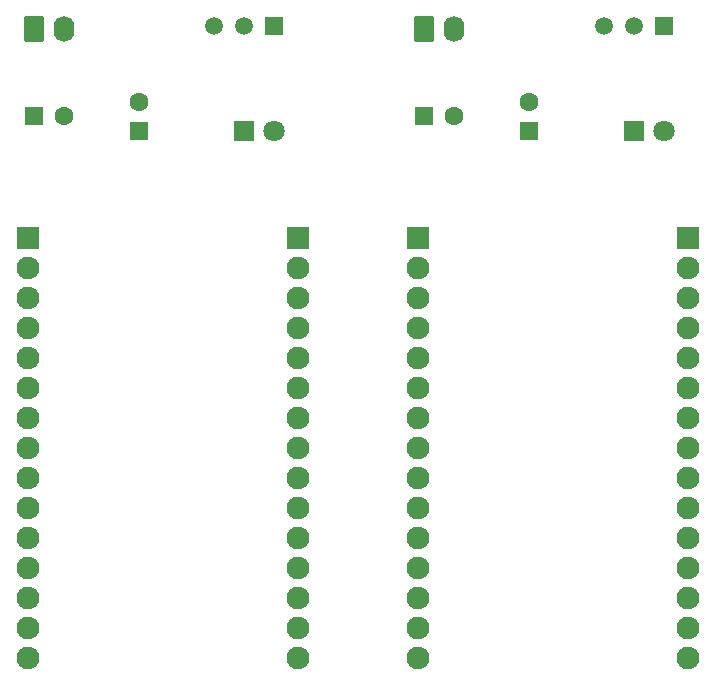
<source format=gbr>
%TF.GenerationSoftware,KiCad,Pcbnew,7.0.6*%
%TF.CreationDate,2023-08-08T13:43:34+01:00*%
%TF.ProjectId,8266Node,38323636-4e6f-4646-952e-6b696361645f,rev?*%
%TF.SameCoordinates,Original*%
%TF.FileFunction,Copper,L1,Top*%
%TF.FilePolarity,Positive*%
%FSLAX46Y46*%
G04 Gerber Fmt 4.6, Leading zero omitted, Abs format (unit mm)*
G04 Created by KiCad (PCBNEW 7.0.6) date 2023-08-08 13:43:34*
%MOMM*%
%LPD*%
G01*
G04 APERTURE LIST*
G04 Aperture macros list*
%AMRoundRect*
0 Rectangle with rounded corners*
0 $1 Rounding radius*
0 $2 $3 $4 $5 $6 $7 $8 $9 X,Y pos of 4 corners*
0 Add a 4 corners polygon primitive as box body*
4,1,4,$2,$3,$4,$5,$6,$7,$8,$9,$2,$3,0*
0 Add four circle primitives for the rounded corners*
1,1,$1+$1,$2,$3*
1,1,$1+$1,$4,$5*
1,1,$1+$1,$6,$7*
1,1,$1+$1,$8,$9*
0 Add four rect primitives between the rounded corners*
20,1,$1+$1,$2,$3,$4,$5,0*
20,1,$1+$1,$4,$5,$6,$7,0*
20,1,$1+$1,$6,$7,$8,$9,0*
20,1,$1+$1,$8,$9,$2,$3,0*%
G04 Aperture macros list end*
%TA.AperFunction,ComponentPad*%
%ADD10R,1.500000X1.500000*%
%TD*%
%TA.AperFunction,ComponentPad*%
%ADD11C,1.500000*%
%TD*%
%TA.AperFunction,ComponentPad*%
%ADD12R,1.930000X1.930000*%
%TD*%
%TA.AperFunction,ComponentPad*%
%ADD13C,1.930000*%
%TD*%
%TA.AperFunction,ComponentPad*%
%ADD14RoundRect,0.250000X-0.620000X-0.845000X0.620000X-0.845000X0.620000X0.845000X-0.620000X0.845000X0*%
%TD*%
%TA.AperFunction,ComponentPad*%
%ADD15O,1.740000X2.190000*%
%TD*%
%TA.AperFunction,ComponentPad*%
%ADD16R,1.600000X1.600000*%
%TD*%
%TA.AperFunction,ComponentPad*%
%ADD17C,1.600000*%
%TD*%
%TA.AperFunction,ComponentPad*%
%ADD18R,1.800000X1.800000*%
%TD*%
%TA.AperFunction,ComponentPad*%
%ADD19C,1.800000*%
%TD*%
G04 APERTURE END LIST*
D10*
%TO.P,U1,1,VCC*%
%TO.N,+3V3*%
X107950000Y-38100000D03*
D11*
%TO.P,U1,2,IO*%
%TO.N,Net-(A1B-D1)*%
X105410000Y-38100000D03*
%TO.P,U1,3,GND*%
%TO.N,GND*%
X102870000Y-38100000D03*
%TD*%
D12*
%TO.P,A1,J1_1,A0*%
%TO.N,unconnected-(A1A-A0-PadJ1_1)*%
X87180000Y-56035000D03*
D13*
%TO.P,A1,J1_2,RSV1*%
%TO.N,unconnected-(A1A-RSV1-PadJ1_2)*%
X87180000Y-58575000D03*
%TO.P,A1,J1_3,RSV2*%
%TO.N,unconnected-(A1A-RSV2-PadJ1_3)*%
X87180000Y-61115000D03*
%TO.P,A1,J1_4,SD3*%
%TO.N,unconnected-(A1A-SD3-PadJ1_4)*%
X87180000Y-63655000D03*
%TO.P,A1,J1_5,SD2*%
%TO.N,unconnected-(A1A-SD2-PadJ1_5)*%
X87180000Y-66195000D03*
%TO.P,A1,J1_6,SD1*%
%TO.N,unconnected-(A1A-SD1-PadJ1_6)*%
X87180000Y-68735000D03*
%TO.P,A1,J1_7,CMD*%
%TO.N,unconnected-(A1A-CMD-PadJ1_7)*%
X87180000Y-71275000D03*
%TO.P,A1,J1_8,SD0*%
%TO.N,unconnected-(A1A-SD0-PadJ1_8)*%
X87180000Y-73815000D03*
%TO.P,A1,J1_9,CLK*%
%TO.N,unconnected-(A1A-CLK-PadJ1_9)*%
X87180000Y-76355000D03*
%TO.P,A1,J1_10,GND*%
%TO.N,GND*%
X87180000Y-78895000D03*
%TO.P,A1,J1_11,3V3*%
%TO.N,unconnected-(A1A-3V3-PadJ1_11)*%
X87180000Y-81435000D03*
%TO.P,A1,J1_12,EN*%
%TO.N,unconnected-(A1A-EN-PadJ1_12)*%
X87180000Y-83975000D03*
%TO.P,A1,J1_13,RST*%
%TO.N,unconnected-(A1A-RST-PadJ1_13)*%
X87180000Y-86515000D03*
%TO.P,A1,J1_14,GND*%
%TO.N,unconnected-(A1A-GND-PadJ1_14)*%
X87180000Y-89055000D03*
%TO.P,A1,J1_15,VIN*%
%TO.N,unconnected-(A1A-VIN-PadJ1_15)*%
X87180000Y-91595000D03*
D12*
%TO.P,A1,J2_1,D0*%
%TO.N,unconnected-(A1B-D0-PadJ2_1)*%
X110040000Y-56035000D03*
D13*
%TO.P,A1,J2_2,D1*%
%TO.N,Net-(A1B-D1)*%
X110040000Y-58575000D03*
%TO.P,A1,J2_3,D2*%
%TO.N,unconnected-(A1B-D2-PadJ2_3)*%
X110040000Y-61115000D03*
%TO.P,A1,J2_4,D3*%
%TO.N,unconnected-(A1B-D3-PadJ2_4)*%
X110040000Y-63655000D03*
%TO.P,A1,J2_5,D4*%
%TO.N,unconnected-(A1B-D4-PadJ2_5)*%
X110040000Y-66195000D03*
%TO.P,A1,J2_6,3V3*%
%TO.N,+3V3*%
X110040000Y-68735000D03*
%TO.P,A1,J2_7,GND*%
%TO.N,unconnected-(A1B-GND-PadJ2_7)*%
X110040000Y-71275000D03*
%TO.P,A1,J2_8,D5*%
%TO.N,unconnected-(A1B-D5-PadJ2_8)*%
X110040000Y-73815000D03*
%TO.P,A1,J2_9,D6*%
%TO.N,unconnected-(A1B-D6-PadJ2_9)*%
X110040000Y-76355000D03*
%TO.P,A1,J2_10,D7*%
%TO.N,unconnected-(A1B-D7-PadJ2_10)*%
X110040000Y-78895000D03*
%TO.P,A1,J2_11,D8*%
%TO.N,unconnected-(A1B-D8-PadJ2_11)*%
X110040000Y-81435000D03*
%TO.P,A1,J2_12,D9*%
%TO.N,unconnected-(A1B-D9-PadJ2_12)*%
X110040000Y-83975000D03*
%TO.P,A1,J2_13,D10*%
%TO.N,unconnected-(A1B-D10-PadJ2_13)*%
X110040000Y-86515000D03*
%TO.P,A1,J2_14,GND*%
%TO.N,unconnected-(A1B-GND-PadJ2_14)*%
X110040000Y-89055000D03*
%TO.P,A1,J2_15,3V3*%
%TO.N,unconnected-(A1B-3V3-PadJ2_15)*%
X110040000Y-91595000D03*
%TD*%
D14*
%TO.P,J2,1,Pin_1*%
%TO.N,Net-(J2-Pin_1)*%
X87630000Y-38295000D03*
D15*
%TO.P,J2,2,Pin_2*%
%TO.N,GND*%
X90170000Y-38295000D03*
%TD*%
D16*
%TO.P,C2,1*%
%TO.N,+3V3*%
X96520000Y-46990000D03*
D17*
%TO.P,C2,2*%
%TO.N,GND*%
X96520000Y-44490000D03*
%TD*%
D16*
%TO.P,C1,1*%
%TO.N,Net-(J2-Pin_1)*%
X87670000Y-45720000D03*
D17*
%TO.P,C1,2*%
%TO.N,GND*%
X90170000Y-45720000D03*
%TD*%
D18*
%TO.P,D1,1,K*%
%TO.N,GND*%
X105410000Y-46990000D03*
D19*
%TO.P,D1,2,A*%
%TO.N,Net-(D1-A)*%
X107950000Y-46990000D03*
%TD*%
D10*
%TO.P,U1,1,VCC*%
%TO.N,+3V3*%
X74930000Y-38100000D03*
D11*
%TO.P,U1,2,IO*%
%TO.N,Net-(A1B-D1)*%
X72390000Y-38100000D03*
%TO.P,U1,3,GND*%
%TO.N,GND*%
X69850000Y-38100000D03*
%TD*%
D12*
%TO.P,A1,J1_1,A0*%
%TO.N,unconnected-(A1A-A0-PadJ1_1)*%
X54160000Y-56035000D03*
D13*
%TO.P,A1,J1_2,RSV1*%
%TO.N,unconnected-(A1A-RSV1-PadJ1_2)*%
X54160000Y-58575000D03*
%TO.P,A1,J1_3,RSV2*%
%TO.N,unconnected-(A1A-RSV2-PadJ1_3)*%
X54160000Y-61115000D03*
%TO.P,A1,J1_4,SD3*%
%TO.N,unconnected-(A1A-SD3-PadJ1_4)*%
X54160000Y-63655000D03*
%TO.P,A1,J1_5,SD2*%
%TO.N,unconnected-(A1A-SD2-PadJ1_5)*%
X54160000Y-66195000D03*
%TO.P,A1,J1_6,SD1*%
%TO.N,unconnected-(A1A-SD1-PadJ1_6)*%
X54160000Y-68735000D03*
%TO.P,A1,J1_7,CMD*%
%TO.N,unconnected-(A1A-CMD-PadJ1_7)*%
X54160000Y-71275000D03*
%TO.P,A1,J1_8,SD0*%
%TO.N,unconnected-(A1A-SD0-PadJ1_8)*%
X54160000Y-73815000D03*
%TO.P,A1,J1_9,CLK*%
%TO.N,unconnected-(A1A-CLK-PadJ1_9)*%
X54160000Y-76355000D03*
%TO.P,A1,J1_10,GND*%
%TO.N,GND*%
X54160000Y-78895000D03*
%TO.P,A1,J1_11,3V3*%
%TO.N,unconnected-(A1A-3V3-PadJ1_11)*%
X54160000Y-81435000D03*
%TO.P,A1,J1_12,EN*%
%TO.N,unconnected-(A1A-EN-PadJ1_12)*%
X54160000Y-83975000D03*
%TO.P,A1,J1_13,RST*%
%TO.N,unconnected-(A1A-RST-PadJ1_13)*%
X54160000Y-86515000D03*
%TO.P,A1,J1_14,GND*%
%TO.N,unconnected-(A1A-GND-PadJ1_14)*%
X54160000Y-89055000D03*
%TO.P,A1,J1_15,VIN*%
%TO.N,unconnected-(A1A-VIN-PadJ1_15)*%
X54160000Y-91595000D03*
D12*
%TO.P,A1,J2_1,D0*%
%TO.N,unconnected-(A1B-D0-PadJ2_1)*%
X77020000Y-56035000D03*
D13*
%TO.P,A1,J2_2,D1*%
%TO.N,Net-(A1B-D1)*%
X77020000Y-58575000D03*
%TO.P,A1,J2_3,D2*%
%TO.N,unconnected-(A1B-D2-PadJ2_3)*%
X77020000Y-61115000D03*
%TO.P,A1,J2_4,D3*%
%TO.N,unconnected-(A1B-D3-PadJ2_4)*%
X77020000Y-63655000D03*
%TO.P,A1,J2_5,D4*%
%TO.N,unconnected-(A1B-D4-PadJ2_5)*%
X77020000Y-66195000D03*
%TO.P,A1,J2_6,3V3*%
%TO.N,+3V3*%
X77020000Y-68735000D03*
%TO.P,A1,J2_7,GND*%
%TO.N,unconnected-(A1B-GND-PadJ2_7)*%
X77020000Y-71275000D03*
%TO.P,A1,J2_8,D5*%
%TO.N,unconnected-(A1B-D5-PadJ2_8)*%
X77020000Y-73815000D03*
%TO.P,A1,J2_9,D6*%
%TO.N,unconnected-(A1B-D6-PadJ2_9)*%
X77020000Y-76355000D03*
%TO.P,A1,J2_10,D7*%
%TO.N,unconnected-(A1B-D7-PadJ2_10)*%
X77020000Y-78895000D03*
%TO.P,A1,J2_11,D8*%
%TO.N,unconnected-(A1B-D8-PadJ2_11)*%
X77020000Y-81435000D03*
%TO.P,A1,J2_12,D9*%
%TO.N,unconnected-(A1B-D9-PadJ2_12)*%
X77020000Y-83975000D03*
%TO.P,A1,J2_13,D10*%
%TO.N,unconnected-(A1B-D10-PadJ2_13)*%
X77020000Y-86515000D03*
%TO.P,A1,J2_14,GND*%
%TO.N,unconnected-(A1B-GND-PadJ2_14)*%
X77020000Y-89055000D03*
%TO.P,A1,J2_15,3V3*%
%TO.N,unconnected-(A1B-3V3-PadJ2_15)*%
X77020000Y-91595000D03*
%TD*%
D18*
%TO.P,D1,1,K*%
%TO.N,GND*%
X72390000Y-46990000D03*
D19*
%TO.P,D1,2,A*%
%TO.N,Net-(D1-A)*%
X74930000Y-46990000D03*
%TD*%
D14*
%TO.P,J2,1,Pin_1*%
%TO.N,Net-(J2-Pin_1)*%
X54610000Y-38295000D03*
D15*
%TO.P,J2,2,Pin_2*%
%TO.N,GND*%
X57150000Y-38295000D03*
%TD*%
D16*
%TO.P,C2,1*%
%TO.N,+3V3*%
X63500000Y-46990000D03*
D17*
%TO.P,C2,2*%
%TO.N,GND*%
X63500000Y-44490000D03*
%TD*%
D16*
%TO.P,C1,1*%
%TO.N,Net-(J2-Pin_1)*%
X54650000Y-45720000D03*
D17*
%TO.P,C1,2*%
%TO.N,GND*%
X57150000Y-45720000D03*
%TD*%
M02*

</source>
